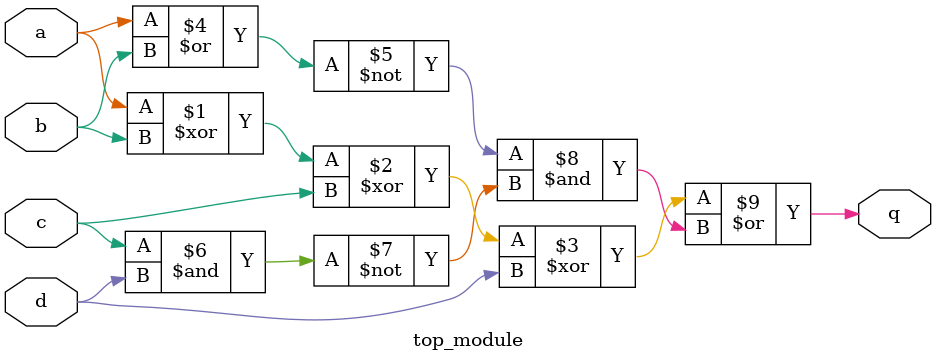
<source format=sv>
module top_module (
    input a,
    input b,
    input c,
    input d,
    output q
);

assign q = (a ^ b ^ c ^ d) | (~(a | b) & ~(c & d));

endmodule

</source>
